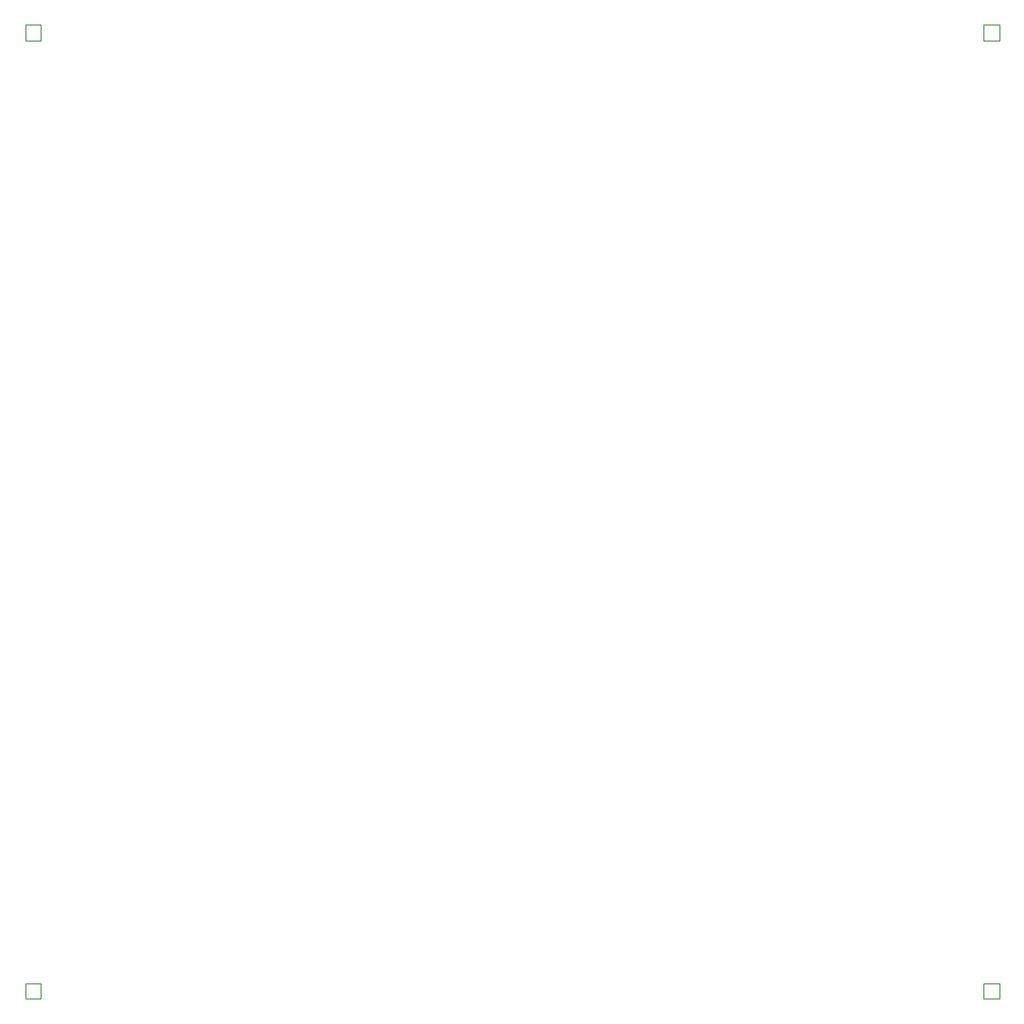
<source format=gbr>
G04 #@! TF.GenerationSoftware,KiCad,Pcbnew,5.1.5+dfsg1-2build2*
G04 #@! TF.CreationDate,2021-01-04T12:44:22+01:00*
G04 #@! TF.ProjectId,XY_TOUCH,58595f54-4f55-4434-982e-6b696361645f,rev?*
G04 #@! TF.SameCoordinates,Original*
G04 #@! TF.FileFunction,Legend,Top*
G04 #@! TF.FilePolarity,Positive*
%FSLAX46Y46*%
G04 Gerber Fmt 4.6, Leading zero omitted, Abs format (unit mm)*
G04 Created by KiCad (PCBNEW 5.1.5+dfsg1-2build2) date 2021-01-04 12:44:22*
%MOMM*%
%LPD*%
G04 APERTURE LIST*
%ADD10C,0.120000*%
G04 APERTURE END LIST*
D10*
X142300000Y-142300000D02*
X143700000Y-142300000D01*
X143700000Y-142300000D02*
X143700000Y-143700000D01*
X143700000Y-143700000D02*
X142300000Y-143700000D01*
X142300000Y-143700000D02*
X142300000Y-142300000D01*
X142300000Y-56300000D02*
X143700000Y-56300000D01*
X143700000Y-56300000D02*
X143700000Y-57700000D01*
X143700000Y-57700000D02*
X142300000Y-57700000D01*
X142300000Y-57700000D02*
X142300000Y-56300000D01*
X56300000Y-142300000D02*
X57700000Y-142300000D01*
X57700000Y-142300000D02*
X57700000Y-143700000D01*
X57700000Y-143700000D02*
X56300000Y-143700000D01*
X56300000Y-143700000D02*
X56300000Y-142300000D01*
X56300000Y-56300000D02*
X57700000Y-56300000D01*
X57700000Y-56300000D02*
X57700000Y-57700000D01*
X57700000Y-57700000D02*
X56300000Y-57700000D01*
X56300000Y-57700000D02*
X56300000Y-56300000D01*
M02*

</source>
